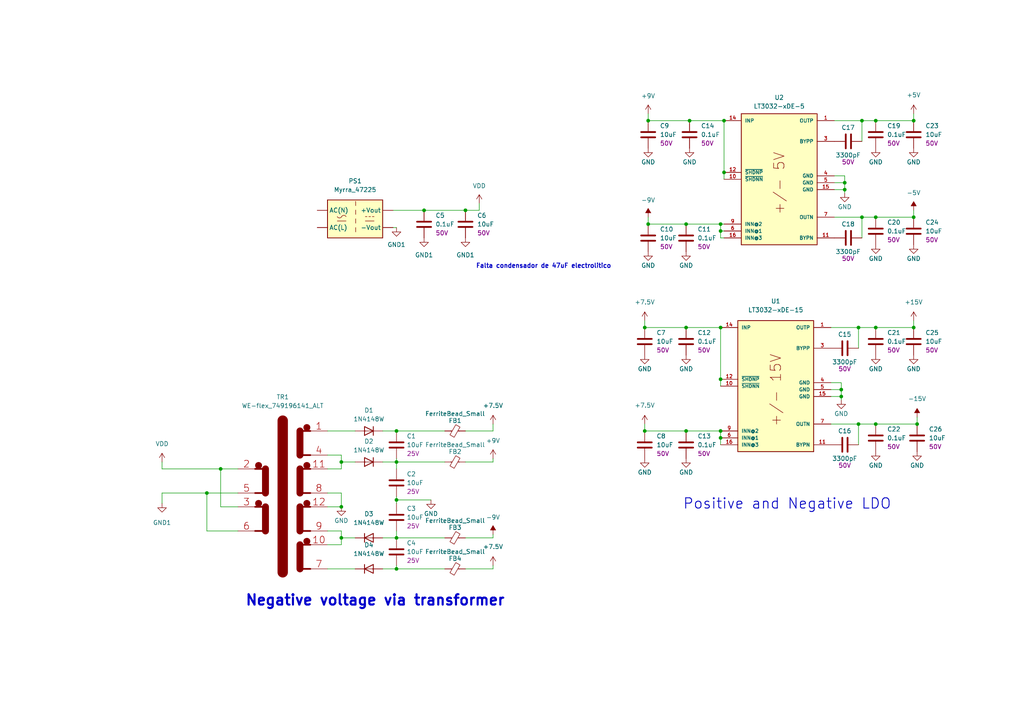
<source format=kicad_sch>
(kicad_sch (version 20211123) (generator eeschema)
  (paper "A4")
  (lib_symbols
    (symbol "Device:FerriteBead_Small" (pin_numbers hide) (pin_names (offset 0))
      (property "Reference" "FB?" (at -0.0381 6.31 90))
      (property "Value" "FerriteBead_Small" (at 0 3 90))
      (symbol "FerriteBead_Small_0_1"
        (polyline (pts (xy 0 -1.27) (xy 0 -0.7874)))
        (polyline (pts (xy 0 0.889) (xy 0 1.2954)))
        (polyline (pts (xy -1.8288 0.2794) (xy -1.1176 1.4986) (xy 1.8288 -0.2032) (xy 1.1176 -1.4224) (xy -1.8288 0.2794)))
      )
      (symbol "FerriteBead_Small_1_1"
        (pin passive line (at 0 3 270) (length 2) (name "~") (number "1"))
        (pin passive line (at 0 -3 90) (length 2) (name "~") (number "2"))
      )
    )
    (symbol "Diode:1N4148W" (pin_numbers hide) (pin_names (offset 1.016) hide)
      (property "Reference" "D?" (at 0 6.94 0))
      (property "Value" "1N4148W" (at 0 4.4 0))
      (symbol "1N4148W_0_1"
        (polyline (pts (xy -1.27 1.27) (xy -1.27 -1.27)) (stroke (width 0.254)))
        (polyline (pts (xy 1.27 0) (xy -1.27 0)))
        (polyline (pts (xy 1.27 1.27) (xy 1.27 -1.27) (xy -1.27 0) (xy 1.27 1.27)) (stroke (width 0.254)))
      )
      (symbol "1N4148W_1_1"
        (pin passive line (at -4 0 0) (length 3) (name "K") (number "1"))
        (pin passive line (at 4 0 180) (length 3) (name "A") (number "2"))
      )
    )
    (symbol "Herranz - Capacitor (0805):Gen_C" (pin_numbers hide) (pin_names (offset 0) hide)
      (property "Reference" "C" (at 4 -4 0))
      (property "Value" "Gen_C" (at 6 -2 0))
      (property "Voltage" "Voltage" (at 7 -6 0))
      (symbol "Gen_C_0_1"
        (polyline (pts (xy -2.032 -4.826) (xy 2.032 -4.826)) (stroke (width 0.508)))
        (polyline (pts (xy -2.032 -3.302) (xy 2.032 -3.302)) (stroke (width 0.508)))
      )
      (symbol "Gen_C_1_1"
        (pin passive line (at 0 0 270) (length 3) (name "~") (number "1"))
        (pin passive line (at 0 -8 90) (length 3) (name "~") (number "2"))
      )
    )
    (symbol "Herranz - Linear Regulators:LT3032-xDE-15" (pin_names (offset 1.016))
      (property "Reference" "U" (at -13 25 0))
      (property "Value" "LT3032-xDE-15" (at -13 -16 0))
      (symbol "LT3032-xDE-15_0_0"
        (rectangle (start -13 24) (end 9 -14) (stroke (width 0.254)) (fill (type background)))
        (text "+/- 15V " (at -2 5 900) (effects (font (size 3 3))))
        (pin passive line (at 14 22 180) (length 5) (name "OUTP") (number "1"))
        (pin passive line (at -18 5 0) (length 5) (name "~{SHDNN}") (number "10"))
        (pin passive line (at 14 -12 180) (length 5) (name "BYPN") (number "11"))
        (pin passive line (at -18 7 0) (length 5) (name "~{SHDNP}") (number "12"))
        (pin passive line (at -18 22 0) (length 5) (name "INP") (number "14"))
        (pin passive line (at 14 2 180) (length 5) (name "GND") (number "15"))
        (pin passive line (at -18 -12 0) (length 5) (name "INN@3") (number "16"))
        (pin passive line (at 14 16 180) (length 5) (name "BYPP") (number "3"))
        (pin passive line (at 14 6 180) (length 5) (name "GND") (number "4"))
        (pin passive line (at 14 4 180) (length 5) (name "GND") (number "5"))
        (pin passive line (at -18 -10 0) (length 5) (name "INN@1") (number "6"))
        (pin passive line (at 14 -6 180) (length 5) (name "OUTN") (number "7"))
        (pin passive line (at -18 -8 0) (length 5) (name "INN@2") (number "9"))
      )
    )
    (symbol "Herranz - Linear Regulators:LT3032-xDE-5" (pin_names (offset 1.016))
      (property "Reference" "U" (at -13 25 0))
      (property "Value" "LT3032-xDE-5" (at -13 -16 0))
      (symbol "LT3032-xDE-5_0_0"
        (rectangle (start -13 24) (end 9 -14) (stroke (width 0.254)) (fill (type background)))
        (text "+/- 5V " (at -2 5 900) (effects (font (size 3 3))))
        (pin passive line (at 14 22 180) (length 5) (name "OUTP") (number "1"))
        (pin passive line (at -18 5 0) (length 5) (name "~{SHDNN}") (number "10"))
        (pin passive line (at 14 -12 180) (length 5) (name "BYPN") (number "11"))
        (pin passive line (at -18 7 0) (length 5) (name "~{SHDNP}") (number "12"))
        (pin passive line (at -18 22 0) (length 5) (name "INP") (number "14"))
        (pin passive line (at 14 2 180) (length 5) (name "GND") (number "15"))
        (pin passive line (at -18 -12 0) (length 5) (name "INN@3") (number "16"))
        (pin passive line (at 14 16 180) (length 5) (name "BYPP") (number "3"))
        (pin passive line (at 14 6 180) (length 5) (name "GND") (number "4"))
        (pin passive line (at 14 4 180) (length 5) (name "GND") (number "5"))
        (pin passive line (at -18 -10 0) (length 5) (name "INN@1") (number "6"))
        (pin passive line (at 14 -6 180) (length 5) (name "OUTN") (number "7"))
        (pin passive line (at -18 -8 0) (length 5) (name "INN@2") (number "9"))
      )
    )
    (symbol "Herranz - Power Symbols:+18V" (power) (pin_names (offset 0))
      (property "Value" "+18V" (at 0 3.556 0))
      (symbol "+18V_0_1"
        (polyline (pts (xy -0.762 1.27) (xy 0 2.54)))
        (polyline (pts (xy 0 0) (xy 0 2.54)))
        (polyline (pts (xy 0 2.54) (xy 0.762 1.27)))
      )
      (symbol "+18V_1_1"
        (pin power_in line (at 0 0 90) (length 0) hide (name "+7.5V") (number "1"))
      )
    )
    (symbol "Herranz - Power Symbols:-18V" (power) (pin_names (offset 0))
      (property "Value" "-18V" (at 0 3.556 0))
      (symbol "-18V_0_1"
        (polyline (pts (xy -0.762 1.27) (xy 0 2.54)))
        (polyline (pts (xy 0 0) (xy 0 2.54)))
        (polyline (pts (xy 0 2.54) (xy 0.762 1.27)))
      )
      (symbol "-18V_1_1"
        (pin power_in line (at 0 0 90) (length 0) hide (name "+7.5V") (number "1"))
      )
    )
    (symbol "Herranz - Transformers:Myrra_47225" (pin_numbers hide)
      (property "Reference" "PS" (at 0 1 0))
      (property "Value" "Myrra_47225" (at 0 -14 0))
      (symbol "Myrra_47225_1_1"
        (rectangle (start -8 -1) (end 8 -12) (stroke (width 0.254)) (fill (type background)))
        (arc (start -5.174 -5.825) (mid -4.539 -6.2105) (end -3.904 -5.825))
        (arc (start -2.634 -5.825) (mid -3.269 -5.4528) (end -3.904 -5.825))
        (polyline (pts (xy -5.174 -7.095) (xy -2.634 -7.095)))
        (polyline (pts (xy 0.16 -9) (xy 0.16 -10.27)))
        (polyline (pts (xy 0.16 -6.46) (xy 0.16 -7.73)))
        (polyline (pts (xy 0.16 -3.92) (xy 0.16 -5.19)))
        (polyline (pts (xy 0.16 -1.38) (xy 0.16 -2.65)))
        (polyline (pts (xy 2.954 -7.095) (xy 5.494 -7.095)))
        (polyline (pts (xy 2.954 -5.825) (xy 3.462 -5.825)))
        (polyline (pts (xy 3.97 -5.825) (xy 4.478 -5.825)))
        (polyline (pts (xy 4.986 -5.825) (xy 5.494 -5.825)))
        (pin power_in line (at -11 -9 0) (length 3) (name "AC(L)") (number "1"))
        (pin power_in line (at -11 -4 0) (length 3) (name "AC(N)") (number "2"))
        (pin passive line (at 11 -9 180) (length 3) (name "-Vout") (number "3"))
        (pin passive line (at 11 -4 180) (length 3) (name "+Vout") (number "4"))
      )
    )
    (symbol "Herranz - Transformers:WE-flex_749196141_ALT" (pin_names hide)
      (property "Reference" "TR" (at 0 0 0))
      (property "Value" "WE-flex_749196141_ALT" (at 0 -2 0))
      (symbol "WE-flex_749196141_ALT_0_0"
        (pin passive line (at 13 45 180) (length 5) (name "1") (number "1"))
        (pin passive line (at 13 12 180) (length 5) (name "10") (number "10"))
        (pin passive line (at 13 34 180) (length 5) (name "11") (number "11"))
        (pin passive line (at 13 23 180) (length 5) (name "12") (number "12"))
        (pin passive line (at -13 34 0) (length 5) (name "2") (number "2"))
        (pin passive line (at -13 23 0) (length 5) (name "3") (number "3"))
        (pin passive line (at 13 38 180) (length 5) (name "4") (number "4"))
        (pin passive line (at -13 27 0) (length 5) (name "5") (number "5"))
        (pin passive line (at -13 16 0) (length 5) (name "6") (number "6"))
        (pin passive line (at 13 5 180) (length 5) (name "7") (number "7"))
        (pin passive line (at 13 27 180) (length 5) (name "8") (number "8"))
        (pin passive line (at 13 16 180) (length 5) (name "9") (number "9"))
      )
      (symbol "WE-flex_749196141_ALT_0_1"
        (circle (center -7 24) (radius 0.0001) (stroke (width 1)))
        (circle (center -7 35) (radius 0.0001) (stroke (width 1)))
        (polyline (pts (xy -5 16) (xy -8 16)) (stroke (width 0.5)))
        (polyline (pts (xy -5 23) (xy -8 23)) (stroke (width 0.5)))
        (polyline (pts (xy -5 23) (xy -5 16)) (stroke (width 2)))
        (polyline (pts (xy -5 27) (xy -8 27)) (stroke (width 0.5)))
        (polyline (pts (xy -5 34) (xy -8 34)) (stroke (width 0.5)))
        (polyline (pts (xy -5 34) (xy -5 27)) (stroke (width 2)))
        (polyline (pts (xy 0 48) (xy 0 4)) (stroke (width 3)))
        (polyline (pts (xy 5 5) (xy 8 5)) (stroke (width 0.5)))
        (polyline (pts (xy 5 12) (xy 5 5)) (stroke (width 2)))
        (polyline (pts (xy 5 12) (xy 8 12)) (stroke (width 0.5)))
        (polyline (pts (xy 5 16) (xy 8 16)) (stroke (width 0.5)))
        (polyline (pts (xy 5 23) (xy 5 16)) (stroke (width 2)))
        (polyline (pts (xy 5 23) (xy 8 23)) (stroke (width 0.5)))
        (polyline (pts (xy 5 27) (xy 8 27)) (stroke (width 0.5)))
        (polyline (pts (xy 5 34) (xy 5 27)) (stroke (width 2)))
        (polyline (pts (xy 5 34) (xy 8 34)) (stroke (width 0.5)))
        (polyline (pts (xy 5 38) (xy 8 38)) (stroke (width 0.5)))
        (polyline (pts (xy 5 45) (xy 5 38)) (stroke (width 2)))
        (polyline (pts (xy 5 45) (xy 8 45)) (stroke (width 0.5)))
        (circle (center 7 13) (radius 0.0001) (stroke (width 1)))
        (circle (center 7 24) (radius 0.0001) (stroke (width 1)))
        (circle (center 7 35) (radius 0.0001) (stroke (width 1)))
        (circle (center 7 46) (radius 0.0001) (stroke (width 1)))
      )
    )
    (symbol "power:+15V" (power) (pin_names (offset 0))
      (property "Value" "+15V" (at 0 3.556 0))
      (symbol "+15V_0_1"
        (polyline (pts (xy -0.762 1.27) (xy 0 2.54)))
        (polyline (pts (xy 0 0) (xy 0 2.54)))
        (polyline (pts (xy 0 2.54) (xy 0.762 1.27)))
      )
      (symbol "+15V_1_1"
        (pin power_in line (at 0 0 90) (length 0) hide (name "+15V") (number "1"))
      )
    )
    (symbol "power:+5V" (power) (pin_names (offset 0))
      (property "Value" "+5V" (at 0 3.556 0))
      (symbol "+5V_0_1"
        (polyline (pts (xy -0.762 1.27) (xy 0 2.54)))
        (polyline (pts (xy 0 0) (xy 0 2.54)))
        (polyline (pts (xy 0 2.54) (xy 0.762 1.27)))
      )
      (symbol "+5V_1_1"
        (pin power_in line (at 0 0 90) (length 0) hide (name "+5V") (number "1"))
      )
    )
    (symbol "power:+9V" (power) (pin_names (offset 0))
      (property "Value" "+9V" (at 0 3.556 0))
      (symbol "+9V_0_1"
        (polyline (pts (xy -0.762 1.27) (xy 0 2.54)))
        (polyline (pts (xy 0 0) (xy 0 2.54)))
        (polyline (pts (xy 0 2.54) (xy 0.762 1.27)))
      )
      (symbol "+9V_1_1"
        (pin power_in line (at 0 0 90) (length 0) hide (name "+9V") (number "1"))
      )
    )
    (symbol "power:-15V" (power) (pin_names (offset 0))
      (property "Value" "-15V" (at 0 3.81 0))
      (symbol "-15V_0_0"
        (pin power_in line (at 0 0 90) (length 0) hide (name "-15V") (number "1"))
      )
      (symbol "-15V_0_1"
        (polyline (pts (xy 0 0) (xy 0 1.27) (xy 0.762 1.27) (xy 0 2.54) (xy -0.762 1.27) (xy 0 1.27)) (fill (type outline)))
      )
    )
    (symbol "power:-5V" (power) (pin_names (offset 0))
      (property "Value" "-5V" (at 0 3.81 0))
      (symbol "-5V_0_0"
        (pin power_in line (at 0 0 90) (length 0) hide (name "-5V") (number "1"))
      )
      (symbol "-5V_0_1"
        (polyline (pts (xy 0 0) (xy 0 1.27) (xy 0.762 1.27) (xy 0 2.54) (xy -0.762 1.27) (xy 0 1.27)) (fill (type outline)))
      )
    )
    (symbol "power:-9V" (power) (pin_names (offset 0))
      (property "Value" "-9V" (at 0 3.81 0))
      (symbol "-9V_0_1"
        (polyline (pts (xy 0 0) (xy 0 2.54)))
        (polyline (pts (xy 0.762 1.27) (xy -0.762 1.27) (xy 0 2.54) (xy 0.762 1.27)) (fill (type outline)))
      )
      (symbol "-9V_1_1"
        (pin power_in line (at 0 0 90) (length 0) hide (name "-9V") (number "1"))
      )
    )
    (symbol "power:GND" (power) (pin_names (offset 0))
      (property "Value" "GND" (at 0 -3.81 0))
      (symbol "GND_0_1"
        (polyline (pts (xy 0 0) (xy 0 -1.27) (xy 1.27 -1.27) (xy 0 -2.54) (xy -1.27 -1.27) (xy 0 -1.27)))
      )
      (symbol "GND_1_1"
        (pin power_in line (at 0 0 270) (length 0) hide (name "GND") (number "1"))
      )
    )
    (symbol "power:GND1" (power) (pin_names (offset 0))
      (property "Value" "GND1" (at 0 -3.81 0))
      (symbol "GND1_0_1"
        (polyline (pts (xy 0 0) (xy 0 -1.27) (xy 1.27 -1.27) (xy 0 -2.54) (xy -1.27 -1.27) (xy 0 -1.27)))
      )
      (symbol "GND1_1_1"
        (pin power_in line (at 0 0 270) (length 0) hide (name "GND1") (number "1"))
      )
    )
    (symbol "power:VDD" (power) (pin_names (offset 0))
      (property "Value" "VDD" (at 0 3.81 0))
      (symbol "VDD_0_1"
        (polyline (pts (xy -0.762 1.27) (xy 0 2.54)))
        (polyline (pts (xy 0 0) (xy 0 2.54)))
        (polyline (pts (xy 0 2.54) (xy 0.762 1.27)))
      )
      (symbol "VDD_1_1"
        (pin power_in line (at 0 0 90) (length 0) hide (name "VDD") (number "1"))
      )
    )
  )
  (junction (at 99 134))
  (junction (at 266 123))
  (junction (at 64 136))
  (junction (at 265 95))
  (junction (at 115 156))
  (junction (at 209 110))
  (junction (at 249 123))
  (junction (at 115 125))
  (junction (at 115 134))
  (junction (at 244 113))
  (junction (at 209 125))
  (junction (at 188 35))
  (junction (at 245 55))
  (junction (at 60 143))
  (junction (at 210 35))
  (junction (at 187 125))
  (junction (at 254 123))
  (junction (at 123 61))
  (junction (at 200 35))
  (junction (at 99 156))
  (junction (at 250 35))
  (junction (at 199 95))
  (junction (at 199 125))
  (junction (at 245 53))
  (junction (at 254 63))
  (junction (at 209 127))
  (junction (at 250 63))
  (junction (at 135 61))
  (junction (at 249 95))
  (junction (at 99 147))
  (junction (at 199 65))
  (junction (at 115 145))
  (junction (at 254 95))
  (junction (at 265 63))
  (junction (at 187 95))
  (junction (at 188 65))
  (junction (at 209 67))
  (junction (at 254 35))
  (junction (at 244 115))
  (junction (at 265 35))
  (junction (at 209 65))
  (junction (at 209 95))
  (junction (at 210 50))
  (junction (at 115 165))
  (wire (pts (xy 250 63) (xy 254 63)))
  (wire (pts (xy 242 51) (xy 245 51)))
  (wire (pts (xy 47 134) (xy 47 136)))
  (wire (pts (xy 135 165) (xy 143 165)))
  (wire (pts (xy 209 67) (xy 209 65)))
  (wire (pts (xy 143 134) (xy 143 133)))
  (wire (pts (xy 210 67) (xy 209 67)))
  (wire (pts (xy 115 133) (xy 115 134)))
  (wire (pts (xy 250 35) (xy 254 35)))
  (wire (pts (xy 241 111) (xy 244 111)))
  (wire (pts (xy 245 55) (xy 245 56)))
  (wire (pts (xy 199 125) (xy 209 125)))
  (wire (pts (xy 47 143) (xy 60 143)))
  (wire (pts (xy 115 145) (xy 125 145)))
  (wire (pts (xy 242 53) (xy 245 53)))
  (wire (pts (xy 199 65) (xy 209 65)))
  (wire (pts (xy 95 158) (xy 99 158)))
  (wire (pts (xy 241 115) (xy 244 115)))
  (wire (pts (xy 95 143) (xy 99 143)))
  (wire (pts (xy 209 127) (xy 209 129)))
  (wire (pts (xy 209 65) (xy 210 65)))
  (wire (pts (xy 245 53) (xy 245 55)))
  (wire (pts (xy 188 33) (xy 188 35)))
  (wire (pts (xy 115 125) (xy 129 125)))
  (wire (pts (xy 135 125) (xy 143 125)))
  (wire (pts (xy 187 125) (xy 199 125)))
  (wire (pts (xy 265 35) (xy 265 33)))
  (wire (pts (xy 250 63) (xy 250 69)))
  (wire (pts (xy 249 123) (xy 249 129)))
  (wire (pts (xy 135 134) (xy 143 134)))
  (wire (pts (xy 187 123) (xy 187 125)))
  (wire (pts (xy 254 123) (xy 266 123)))
  (wire (pts (xy 244 111) (xy 244 113)))
  (wire (pts (xy 245 51) (xy 245 53)))
  (wire (pts (xy 111 125) (xy 115 125)))
  (wire (pts (xy 47 143) (xy 47 146)))
  (wire (pts (xy 187 93) (xy 187 95)))
  (wire (pts (xy 115 165) (xy 115 164)))
  (wire (pts (xy 187 95) (xy 199 95)))
  (wire (pts (xy 99 134) (xy 103 134)))
  (wire (pts (xy 254 35) (xy 265 35)))
  (wire (pts (xy 115 145) (xy 115 146)))
  (wire (pts (xy 139 61) (xy 139 59)))
  (wire (pts (xy 200 35) (xy 210 35)))
  (wire (pts (xy 99 143) (xy 99 147)))
  (wire (pts (xy 254 95) (xy 265 95)))
  (wire (pts (xy 209 125) (xy 209 127)))
  (wire (pts (xy 64 147) (xy 64 136)))
  (wire (pts (xy 143 123) (xy 143 125)))
  (wire (pts (xy 111 156) (xy 115 156)))
  (wire (pts (xy 209 110) (xy 209 95)))
  (wire (pts (xy 69 154) (xy 60 154)))
  (wire (pts (xy 265 93) (xy 265 95)))
  (wire (pts (xy 99 154) (xy 99 156)))
  (wire (pts (xy 188 65) (xy 199 65)))
  (wire (pts (xy 244 115) (xy 244 116)))
  (wire (pts (xy 64 136) (xy 69 136)))
  (wire (pts (xy 115 156) (xy 129 156)))
  (wire (pts (xy 254 63) (xy 265 63)))
  (wire (pts (xy 250 35) (xy 250 41)))
  (wire (pts (xy 60 154) (xy 60 143)))
  (wire (pts (xy 95 165) (xy 103 165)))
  (wire (pts (xy 47 136) (xy 64 136)))
  (wire (pts (xy 114 66) (xy 115 66)))
  (wire (pts (xy 249 123) (xy 254 123)))
  (wire (pts (xy 241 123) (xy 249 123)))
  (wire (pts (xy 111 165) (xy 115 165)))
  (wire (pts (xy 188 63) (xy 188 65)))
  (wire (pts (xy 242 63) (xy 250 63)))
  (wire (pts (xy 95 154) (xy 99 154)))
  (wire (pts (xy 188 35) (xy 200 35)))
  (wire (pts (xy 95 132) (xy 99 132)))
  (wire (pts (xy 99 132) (xy 99 134)))
  (wire (pts (xy 242 35) (xy 250 35)))
  (wire (pts (xy 249 95) (xy 254 95)))
  (wire (pts (xy 135 61) (xy 139 61)))
  (wire (pts (xy 99 134) (xy 99 136)))
  (wire (pts (xy 99 156) (xy 99 158)))
  (wire (pts (xy 249 95) (xy 249 101)))
  (wire (pts (xy 244 113) (xy 244 115)))
  (wire (pts (xy 210 52) (xy 210 50)))
  (wire (pts (xy 266 121) (xy 266 123)))
  (wire (pts (xy 199 95) (xy 209 95)))
  (wire (pts (xy 115 144) (xy 115 145)))
  (wire (pts (xy 210 35) (xy 210 50)))
  (wire (pts (xy 95 147) (xy 99 147)))
  (wire (pts (xy 95 136) (xy 99 136)))
  (wire (pts (xy 114 61) (xy 123 61)))
  (wire (pts (xy 143 155) (xy 143 156)))
  (wire (pts (xy 115 134) (xy 115 136)))
  (wire (pts (xy 135 156) (xy 143 156)))
  (wire (pts (xy 69 147) (xy 64 147)))
  (wire (pts (xy 241 95) (xy 249 95)))
  (wire (pts (xy 241 113) (xy 244 113)))
  (wire (pts (xy 242 55) (xy 245 55)))
  (wire (pts (xy 123 61) (xy 135 61)))
  (wire (pts (xy 209 69) (xy 209 67)))
  (wire (pts (xy 209 112) (xy 209 110)))
  (wire (pts (xy 265 61) (xy 265 63)))
  (wire (pts (xy 210 69) (xy 209 69)))
  (wire (pts (xy 143 165) (xy 143 164)))
  (wire (pts (xy 99 156) (xy 103 156)))
  (wire (pts (xy 111 134) (xy 115 134)))
  (wire (pts (xy 115 154) (xy 115 156)))
  (wire (pts (xy 115 165) (xy 129 165)))
  (wire (pts (xy 95 125) (xy 103 125)))
  (wire (pts (xy 115 134) (xy 129 134)))
  (wire (pts (xy 60 143) (xy 69 143)))
  (text "Positive and Negative LDO" (at 198 148 0) (effects (font (size 3 3) (thickness 0.254) bold) (justify left bottom)))
  (text "Negative voltage via transformer" (at 71 176 0) (effects (font (size 3 3) bold) (justify left bottom)))
  (text "Falta condensador de 47uF electrolitico\n" (at 138 78 0) (effects (font (size 1.27 1.27) bold) (justify left bottom)))
  (symbol (lib_id "Herranz - Capacitor (0805):Gen_C") (at 254 63 0) (unit 1)
    (property "Reference" "C20" (at 257.31 64.4999 0) (effects (justify left)))
    (property "Value" "0.1uF" (at 257.31 67.0399 0) (effects (justify left)))
    (property "Footprint" "Capacitor_SMD:C_0805_2012Metric" (effects hide))
    (property "Voltage" "50V" (at 257.31 69.5799 0) (effects (justify left)))
  )
  (symbol (lib_id "Herranz - Capacitor (0805):Gen_C") (at 265 63 0) (unit 1)
    (property "Reference" "C24" (at 268.4 64.4999 0) (effects (justify left)))
    (property "Value" "10uF" (at 268.4 67.0399 0) (effects (justify left)))
    (property "Footprint" "Capacitor_SMD:C_0805_2012Metric" (effects hide))
    (property "Voltage" "50V" (at 268.4 69.5799 0) (effects (justify left)))
  )
  (symbol (lib_id "Device:FerriteBead_Small") (at 132 156 90) (unit 1)
    (property "Reference" "FB3" (at 132 153 90))
    (property "Value" "FerriteBead_Small" (at 132 151 90))
    (property "Footprint" "Resistor_SMD:R_0805_2012Metric_Pad1.20x1.40mm_HandSolder" (effects hide))
    (property "MPN" "MFBW1V2012-801-R " (effects hide))
  )
  (symbol (lib_id "Device:FerriteBead_Small") (at 132 134 90) (unit 1)
    (property "Reference" "FB2" (at 132 131 90))
    (property "Value" "FerriteBead_Small" (at 132 129 90))
    (property "Footprint" "Resistor_SMD:R_0805_2012Metric_Pad1.20x1.40mm_HandSolder" (effects hide))
    (property "MPN" "MFBW1V2012-801-R " (effects hide))
  )
  (symbol (lib_id "power:GND1") (at 135 69 0) (unit 1)
    (property "Reference" "#PWR0106" (effects hide))
    (property "Value" "GND1" (at 135 73.96 0))
  )
  (symbol (lib_id "Herranz - Transformers:Myrra_47225") (at 103 57 0) (unit 1)
    (property "Reference" "PS1" (at 103 52.5 0))
    (property "Value" "Myrra_47225" (at 103 55.04 0))
    (property "Footprint" "Herranz - Transformers:MYRRA 47225" (effects hide))
  )
  (symbol (lib_id "power:GND") (at 125 145 0) (unit 1)
    (property "Reference" "#PWR0138" (effects hide))
    (property "Value" "GND" (at 125 149 0))
  )
  (symbol (lib_id "power:+9V") (at 188 33 0) (unit 1)
    (property "Reference" "#PWR0116" (effects hide))
    (property "Value" "+9V" (at 188 27.83 0))
  )
  (symbol (lib_id "power:GND") (at 188 73 0) (unit 1)
    (property "Reference" "#PWR0129" (effects hide))
    (property "Value" "GND" (at 188 77 0))
  )
  (symbol (lib_id "Herranz - Power Symbols:+18V") (at 143 123 0) (unit 1)
    (property "Reference" "#PWR0135" (effects hide))
    (property "Value" "+18V" (at 143 117.63 0))
  )
  (symbol (lib_id "Herranz - Capacitor (0805):Gen_C") (at 115 156 0) (unit 1)
    (property "Reference" "C4" (at 117.95 157.4999 0) (effects (justify left)))
    (property "Value" "10uF" (at 117.95 160.0399 0) (effects (justify left)))
    (property "Footprint" "Capacitor_SMD:C_0805_2012Metric" (effects hide))
    (property "Voltage" "25V" (at 117.95 162.5799 0) (effects (justify left)))
    (property "MPN" "CL21A106KAYNNNG" (effects hide))
  )
  (symbol (lib_id "Herranz - Capacitor (0805):Gen_C") (at 199 65 0) (unit 1)
    (property "Reference" "C11" (at 202.31 66.4999 0) (effects (justify left)))
    (property "Value" "0.1uF" (at 202.31 69.0399 0) (effects (justify left)))
    (property "Footprint" "Capacitor_SMD:C_0805_2012Metric" (effects hide))
    (property "Voltage" "50V" (at 202.31 71.5799 0) (effects (justify left)))
  )
  (symbol (lib_id "Herranz - Capacitor (0805):Gen_C") (at 242 41 90) (unit 1)
    (property "Reference" "C17" (at 246 37 90))
    (property "Value" "3300pF" (at 246 45 90))
    (property "Footprint" "Capacitor_SMD:C_0805_2012Metric" (effects hide))
    (property "Voltage" "50V" (at 246 47 90))
    (property "MPN" "C0805C332K5RACTU" (effects hide))
  )
  (symbol (lib_id "Diode:1N4148W") (at 107 134 180) (unit 1)
    (property "Reference" "D2" (at 107 128.01 0))
    (property "Value" "1N4148W" (at 107 130.55 0))
    (property "Footprint" "Diode_SMD:D_SOD-123" (effects hide))
    (property "Datasheet" "https://www.vishay.com/docs/85748/1n4148w.pdf" (effects hide))
  )
  (symbol (lib_id "Herranz - Capacitor (0805):Gen_C") (at 242 69 90) (unit 1)
    (property "Reference" "C18" (at 246 65 90))
    (property "Value" "3300pF" (at 246 73 90))
    (property "Footprint" "Capacitor_SMD:C_0805_2012Metric" (effects hide))
    (property "Voltage" "50V" (at 246 75 90))
    (property "MPN" "C0805C332K5RACTU" (effects hide))
  )
  (symbol (lib_id "power:+9V") (at 143 133 0) (unit 1)
    (property "Reference" "#PWR0134" (effects hide))
    (property "Value" "+9V" (at 143 127.83 0))
  )
  (symbol (lib_id "Herranz - Capacitor (0805):Gen_C") (at 266 123 0) (unit 1)
    (property "Reference" "C26" (at 269.4 124.4999 0) (effects (justify left)))
    (property "Value" "10uF" (at 269.4 127.0399 0) (effects (justify left)))
    (property "Footprint" "Capacitor_SMD:C_0805_2012Metric" (effects hide))
    (property "Voltage" "50V" (at 269.4 129.5799 0) (effects (justify left)))
  )
  (symbol (lib_id "power:GND") (at 99 147 0) (unit 1)
    (property "Reference" "#PWR0101" (effects hide))
    (property "Value" "GND" (at 99 151 0))
  )
  (symbol (lib_id "Herranz - Capacitor (0805):Gen_C") (at 115 125 0) (unit 1)
    (property "Reference" "C1" (at 117.95 126.4999 0) (effects (justify left)))
    (property "Value" "10uF" (at 117.95 129.0399 0) (effects (justify left)))
    (property "Footprint" "Capacitor_SMD:C_0805_2012Metric" (effects hide))
    (property "Voltage" "25V" (at 117.95 131.5799 0) (effects (justify left)))
    (property "MPN" "CL21A106KAYNNNG" (effects hide))
  )
  (symbol (lib_id "power:GND") (at 199 133 0) (unit 1)
    (property "Reference" "#PWR0126" (effects hide))
    (property "Value" "GND" (at 199 137 0))
  )
  (symbol (lib_id "Herranz - Capacitor (0805):Gen_C") (at 187 95 0) (unit 1)
    (property "Reference" "C7" (at 190.4 96.4999 0) (effects (justify left)))
    (property "Value" "10uF" (at 190.4 99.0399 0) (effects (justify left)))
    (property "Footprint" "Capacitor_SMD:C_0805_2012Metric" (effects hide))
    (property "Voltage" "50V" (at 190.4 101.5799 0) (effects (justify left)))
  )
  (symbol (lib_id "Herranz - Linear Regulators:LT3032-xDE-5") (at 228 57 0) (unit 1)
    (property "Reference" "U2" (at 226 28.29 0))
    (property "Value" "LT3032-xDE-5" (at 226 30.83 0))
    (property "Footprint" "Herranz - Linear Regulators:SON50P300X400X80-15N" (effects hide))
    (property "MANUFACTURER" "Linear Technology" (effects hide))
    (property "Vout" "5v/-5v" (effects hide))
  )
  (symbol (lib_id "power:GND") (at 265 103 0) (unit 1)
    (property "Reference" "#PWR0122" (effects hide))
    (property "Value" "GND" (at 265 107 0))
  )
  (symbol (lib_id "Herranz - Capacitor (0805):Gen_C") (at 199 95 0) (unit 1)
    (property "Reference" "C12" (at 202.31 96.4999 0) (effects (justify left)))
    (property "Value" "0.1uF" (at 202.31 99.0399 0) (effects (justify left)))
    (property "Footprint" "Capacitor_SMD:C_0805_2012Metric" (effects hide))
    (property "Voltage" "50V" (at 202.31 101.5799 0) (effects (justify left)))
  )
  (symbol (lib_id "Diode:1N4148W") (at 107 156 0) (unit 1)
    (property "Reference" "D3" (at 107 149.06 0))
    (property "Value" "1N4148W" (at 107 151.6 0))
    (property "Footprint" "Diode_SMD:D_SOD-123" (effects hide))
    (property "Datasheet" "https://www.vishay.com/docs/85748/1n4148w.pdf" (effects hide))
  )
  (symbol (lib_id "power:+15V") (at 265 93 0) (unit 1)
    (property "Reference" "#PWR0124" (effects hide))
    (property "Value" "+15V" (at 265 87.63 0))
  )
  (symbol (lib_id "power:-9V") (at 143 155 0) (unit 1)
    (property "Reference" "#PWR0137" (effects hide))
    (property "Value" "-9V" (at 143 150.04 0))
  )
  (symbol (lib_id "Herranz - Capacitor (0805):Gen_C") (at 200 35 0) (unit 1)
    (property "Reference" "C14" (at 203.31 36.4999 0) (effects (justify left)))
    (property "Value" "0.1uF" (at 203.31 39.0399 0) (effects (justify left)))
    (property "Footprint" "Capacitor_SMD:C_0805_2012Metric" (effects hide))
    (property "Voltage" "50V" (at 203.31 41.5799 0) (effects (justify left)))
  )
  (symbol (lib_id "Herranz - Capacitor (0805):Gen_C") (at 115 136 0) (unit 1)
    (property "Reference" "C2" (at 117.95 137.4999 0) (effects (justify left)))
    (property "Value" "10uF" (at 117.95 140.0399 0) (effects (justify left)))
    (property "Footprint" "Capacitor_SMD:C_0805_2012Metric" (effects hide))
    (property "Voltage" "25V" (at 117.95 142.5799 0) (effects (justify left)))
    (property "MPN" "CL21A106KAYNNNG" (effects hide))
  )
  (symbol (lib_id "Herranz - Capacitor (0805):Gen_C") (at 188 35 0) (unit 1)
    (property "Reference" "C9" (at 191.4 36.4999 0) (effects (justify left)))
    (property "Value" "10uF" (at 191.4 39.0399 0) (effects (justify left)))
    (property "Footprint" "Capacitor_SMD:C_0805_2012Metric" (effects hide))
    (property "Voltage" "50V" (at 191.4 41.5799 0) (effects (justify left)))
  )
  (symbol (lib_id "Herranz - Capacitor (0805):Gen_C") (at 254 35 0) (unit 1)
    (property "Reference" "C19" (at 257.31 36.4999 0) (effects (justify left)))
    (property "Value" "0.1uF" (at 257.31 39.0399 0) (effects (justify left)))
    (property "Footprint" "Capacitor_SMD:C_0805_2012Metric" (effects hide))
    (property "Voltage" "50V" (at 257.31 41.5799 0) (effects (justify left)))
  )
  (symbol (lib_id "Herranz - Transformers:WE-flex_749196141_ALT") (at 82 170 0) (unit 1)
    (property "Reference" "TR1" (at 82 115.15 0))
    (property "Value" "WE-flex_749196141_ALT" (at 82 117.69 0))
    (property "Footprint" "Herranz - Transformers:WE-FLEX 749196141" (effects hide))
  )
  (symbol (lib_id "Herranz - Capacitor (0805):Gen_C") (at 265 95 0) (unit 1)
    (property "Reference" "C25" (at 268.4 96.4999 0) (effects (justify left)))
    (property "Value" "10uF" (at 268.4 99.0399 0) (effects (justify left)))
    (property "Footprint" "Capacitor_SMD:C_0805_2012Metric" (effects hide))
    (property "Voltage" "50V" (at 268.4 101.5799 0) (effects (justify left)))
  )
  (symbol (lib_id "Herranz - Capacitor (0805):Gen_C") (at 241 101 90) (unit 1)
    (property "Reference" "C15" (at 245 97 90))
    (property "Value" "3300pF" (at 245 105 90))
    (property "Footprint" "Capacitor_SMD:C_0805_2012Metric" (effects hide))
    (property "Voltage" "50V" (at 245 107 90))
    (property "MPN" "C0805C332K5RACTU" (effects hide))
  )
  (symbol (lib_id "Herranz - Power Symbols:-18V") (at 143 164 0) (unit 1)
    (property "Reference" "#PWR0136" (effects hide))
    (property "Value" "-18V" (at 143 158.57 0))
  )
  (symbol (lib_id "power:VDD") (at 139 59 0) (unit 1)
    (property "Reference" "#PWR0107" (effects hide))
    (property "Value" "VDD" (at 139 53.91 0))
  )
  (symbol (lib_id "power:GND") (at 188 43 0) (unit 1)
    (property "Reference" "#PWR0117" (effects hide))
    (property "Value" "GND" (at 188 47 0))
  )
  (symbol (lib_id "power:GND1") (at 115 66 0) (unit 1)
    (property "Reference" "#PWR0105" (effects hide))
    (property "Value" "GND1" (at 115 70.96 0))
  )
  (symbol (lib_id "power:GND") (at 199 73 0) (unit 1)
    (property "Reference" "#PWR0131" (effects hide))
    (property "Value" "GND" (at 199 77 0))
  )
  (symbol (lib_id "power:GND") (at 199 103 0) (unit 1)
    (property "Reference" "#PWR0132" (effects hide))
    (property "Value" "GND" (at 199 107 0))
  )
  (symbol (lib_id "Herranz - Capacitor (0805):Gen_C") (at 199 125 0) (unit 1)
    (property "Reference" "C13" (at 202.31 126.4999 0) (effects (justify left)))
    (property "Value" "0.1uF" (at 202.31 129.0399 0) (effects (justify left)))
    (property "Footprint" "Capacitor_SMD:C_0805_2012Metric" (effects hide))
    (property "Voltage" "50V" (at 202.31 131.5799 0) (effects (justify left)))
  )
  (symbol (lib_id "power:GND") (at 265 71 0) (unit 1)
    (property "Reference" "#PWR0111" (effects hide))
    (property "Value" "GND" (at 265 75 0))
  )
  (symbol (lib_id "power:GND1") (at 123 69 0) (unit 1)
    (property "Reference" "#PWR0104" (effects hide))
    (property "Value" "GND1" (at 123 73.96 0))
  )
  (symbol (lib_id "Herranz - Linear Regulators:LT3032-xDE-15") (at 227 117 0) (unit 1)
    (property "Reference" "U1" (at 225 87.36 0))
    (property "Value" "LT3032-xDE-15" (at 225 89.9 0))
    (property "Footprint" "Herranz - Linear Regulators:SON50P300X400X80-15N" (effects hide))
    (property "MANUFACTURER" "Linear Technology" (effects hide))
    (property "Vout" "15v/-15v" (effects hide))
  )
  (symbol (lib_id "Herranz - Power Symbols:-18V") (at 187 123 0) (unit 1)
    (property "Reference" "#PWR0127" (effects hide))
    (property "Value" "-18V" (at 187 117.57 0))
  )
  (symbol (lib_id "power:GND") (at 187 133 0) (unit 1)
    (property "Reference" "#PWR0128" (effects hide))
    (property "Value" "GND" (at 187 137 0))
  )
  (symbol (lib_id "Diode:1N4148W") (at 107 125 180) (unit 1)
    (property "Reference" "D1" (at 107 119.01 0))
    (property "Value" "1N4148W" (at 107 121.55 0))
    (property "Footprint" "Diode_SMD:D_SOD-123" (effects hide))
    (property "Datasheet" "https://www.vishay.com/docs/85748/1n4148w.pdf" (effects hide))
  )
  (symbol (lib_id "power:+5V") (at 265 33 0) (unit 1)
    (property "Reference" "#PWR0108" (effects hide))
    (property "Value" "+5V" (at 265 27.56 0))
  )
  (symbol (lib_id "Device:FerriteBead_Small") (at 132 165 90) (unit 1)
    (property "Reference" "FB4" (at 132 162 90))
    (property "Value" "FerriteBead_Small" (at 132 160 90))
    (property "Footprint" "Resistor_SMD:R_0805_2012Metric_Pad1.20x1.40mm_HandSolder" (effects hide))
    (property "MPN" "MFBW1V2012-801-R " (effects hide))
  )
  (symbol (lib_id "Herranz - Capacitor (0805):Gen_C") (at 265 35 0) (unit 1)
    (property "Reference" "C23" (at 268.4 36.4999 0) (effects (justify left)))
    (property "Value" "10uF" (at 268.4 39.0399 0) (effects (justify left)))
    (property "Footprint" "Capacitor_SMD:C_0805_2012Metric" (effects hide))
    (property "Voltage" "50V" (at 268.4 41.5799 0) (effects (justify left)))
  )
  (symbol (lib_id "Herranz - Capacitor (0805):Gen_C") (at 187 125 0) (unit 1)
    (property "Reference" "C8" (at 190.4 126.4999 0) (effects (justify left)))
    (property "Value" "10uF" (at 190.4 129.0399 0) (effects (justify left)))
    (property "Footprint" "Capacitor_SMD:C_0805_2012Metric" (effects hide))
    (property "Voltage" "50V" (at 190.4 131.5799 0) (effects (justify left)))
  )
  (symbol (lib_id "power:GND") (at 245 56 0) (unit 1)
    (property "Reference" "#PWR0109" (effects hide))
    (property "Value" "GND" (at 245 60 0))
  )
  (symbol (lib_id "power:GND") (at 254 43 0) (unit 1)
    (property "Reference" "#PWR0114" (effects hide))
    (property "Value" "GND" (at 254 47 0))
  )
  (symbol (lib_id "Herranz - Capacitor (0805):Gen_C") (at 135 61 0) (unit 1)
    (property "Reference" "C6" (at 138.4 62.4999 0) (effects (justify left)))
    (property "Value" "10uF" (at 138.4 65.0399 0) (effects (justify left)))
    (property "Footprint" "Capacitor_SMD:C_0805_2012Metric" (effects hide))
    (property "Voltage" "50V" (at 138.4 67.5799 0) (effects (justify left)))
  )
  (symbol (lib_id "Herranz - Capacitor (0805):Gen_C") (at 254 95 0) (unit 1)
    (property "Reference" "C21" (at 257.31 96.4999 0) (effects (justify left)))
    (property "Value" "0.1uF" (at 257.31 99.0399 0) (effects (justify left)))
    (property "Footprint" "Capacitor_SMD:C_0805_2012Metric" (effects hide))
    (property "Voltage" "50V" (at 257.31 101.5799 0) (effects (justify left)))
  )
  (symbol (lib_id "Herranz - Capacitor (0805):Gen_C") (at 241 129 90) (unit 1)
    (property "Reference" "C16" (at 245 125 90))
    (property "Value" "3300pF" (at 245 133 90))
    (property "Footprint" "Capacitor_SMD:C_0805_2012Metric" (effects hide))
    (property "Voltage" "50V" (at 245 135 90))
    (property "MPN" "C0805C332K5RACTU" (effects hide))
  )
  (symbol (lib_id "power:GND1") (at 47 146 0) (unit 1)
    (property "Reference" "#PWR0103" (effects hide))
    (property "Value" "GND1" (at 47 151.59 0))
  )
  (symbol (lib_id "power:GND") (at 265 43 0) (unit 1)
    (property "Reference" "#PWR0113" (effects hide))
    (property "Value" "GND" (at 265 47 0))
  )
  (symbol (lib_id "power:GND") (at 244 116 0) (unit 1)
    (property "Reference" "#PWR0123" (effects hide))
    (property "Value" "GND" (at 244 120 0))
  )
  (symbol (lib_id "Herranz - Capacitor (0805):Gen_C") (at 188 65 0) (unit 1)
    (property "Reference" "C10" (at 191.4 66.4999 0) (effects (justify left)))
    (property "Value" "10uF" (at 191.4 69.0399 0) (effects (justify left)))
    (property "Footprint" "Capacitor_SMD:C_0805_2012Metric" (effects hide))
    (property "Voltage" "50V" (at 191.4 71.5799 0) (effects (justify left)))
  )
  (symbol (lib_id "Device:FerriteBead_Small") (at 132 125 90) (unit 1)
    (property "Reference" "FB1" (at 132 122 90))
    (property "Value" "FerriteBead_Small" (at 132 120 90))
    (property "Footprint" "Resistor_SMD:R_0805_2012Metric_Pad1.20x1.40mm_HandSolder" (effects hide))
    (property "MPN" "MFBW1V2012-801-R " (effects hide))
  )
  (symbol (lib_id "power:-9V") (at 188 63 0) (unit 1)
    (property "Reference" "#PWR0115" (effects hide))
    (property "Value" "-9V" (at 188 58.04 0))
  )
  (symbol (lib_id "Herranz - Capacitor (0805):Gen_C") (at 254 123 0) (unit 1)
    (property "Reference" "C22" (at 257.31 124.4999 0) (effects (justify left)))
    (property "Value" "0.1uF" (at 257.31 127.0399 0) (effects (justify left)))
    (property "Footprint" "Capacitor_SMD:C_0805_2012Metric" (effects hide))
    (property "Voltage" "50V" (at 257.31 129.5799 0) (effects (justify left)))
  )
  (symbol (lib_id "power:GND") (at 254 103 0) (unit 1)
    (property "Reference" "#PWR0125" (effects hide))
    (property "Value" "GND" (at 254 107 0))
  )
  (symbol (lib_id "Herranz - Capacitor (0805):Gen_C") (at 123 61 0) (unit 1)
    (property "Reference" "C5" (at 126.31 62.4999 0) (effects (justify left)))
    (property "Value" "0.1uF" (at 126.31 65.0399 0) (effects (justify left)))
    (property "Footprint" "Capacitor_SMD:C_0805_2012Metric" (effects hide))
    (property "Voltage" "50V" (at 126.31 67.5799 0) (effects (justify left)))
  )
  (symbol (lib_id "power:GND") (at 254 71 0) (unit 1)
    (property "Reference" "#PWR0110" (effects hide))
    (property "Value" "GND" (at 254 75 0))
  )
  (symbol (lib_id "power:-5V") (at 265 61 0) (unit 1)
    (property "Reference" "#PWR0112" (effects hide))
    (property "Value" "-5V" (at 265 55.92 0))
  )
  (symbol (lib_id "power:-15V") (at 266 121 0) (unit 1)
    (property "Reference" "#PWR0121" (effects hide))
    (property "Value" "-15V" (at 266 115.65 0))
  )
  (symbol (lib_id "power:VDD") (at 47 134 0) (unit 1)
    (property "Reference" "#PWR0102" (effects hide))
    (property "Value" "VDD" (at 47 128.73 0))
  )
  (symbol (lib_id "power:GND") (at 187 103 0) (unit 1)
    (property "Reference" "#PWR0133" (effects hide))
    (property "Value" "GND" (at 187 107 0))
  )
  (symbol (lib_id "power:GND") (at 200 43 0) (unit 1)
    (property "Reference" "#PWR0118" (effects hide))
    (property "Value" "GND" (at 200 47 0))
  )
  (symbol (lib_id "Herranz - Power Symbols:+18V") (at 187 93 0) (unit 1)
    (property "Reference" "#PWR0130" (effects hide))
    (property "Value" "+18V" (at 187 87.63 0))
  )
  (symbol (lib_id "power:GND") (at 254 131 0) (unit 1)
    (property "Reference" "#PWR0119" (effects hide))
    (property "Value" "GND" (at 254 135 0))
  )
  (symbol (lib_id "power:GND") (at 266 131 0) (unit 1)
    (property "Reference" "#PWR0120" (effects hide))
    (property "Value" "GND" (at 266 135 0))
  )
  (symbol (lib_id "Herranz - Capacitor (0805):Gen_C") (at 115 146 0) (unit 1)
    (property "Reference" "C3" (at 117.95 147.4999 0) (effects (justify left)))
    (property "Value" "10uF" (at 117.95 150.0399 0) (effects (justify left)))
    (property "Footprint" "Capacitor_SMD:C_0805_2012Metric" (effects hide))
    (property "Voltage" "25V" (at 117.95 152.5799 0) (effects (justify left)))
    (property "MPN" "CL21A106KAYNNNG" (effects hide))
  )
  (symbol (lib_id "Diode:1N4148W") (at 107 165 0) (unit 1)
    (property "Reference" "D4" (at 107 158.06 0))
    (property "Value" "1N4148W" (at 107 160.6 0))
    (property "Footprint" "Diode_SMD:D_SOD-123" (effects hide))
    (property "Datasheet" "https://www.vishay.com/docs/85748/1n4148w.pdf" (effects hide))
  )
)
</source>
